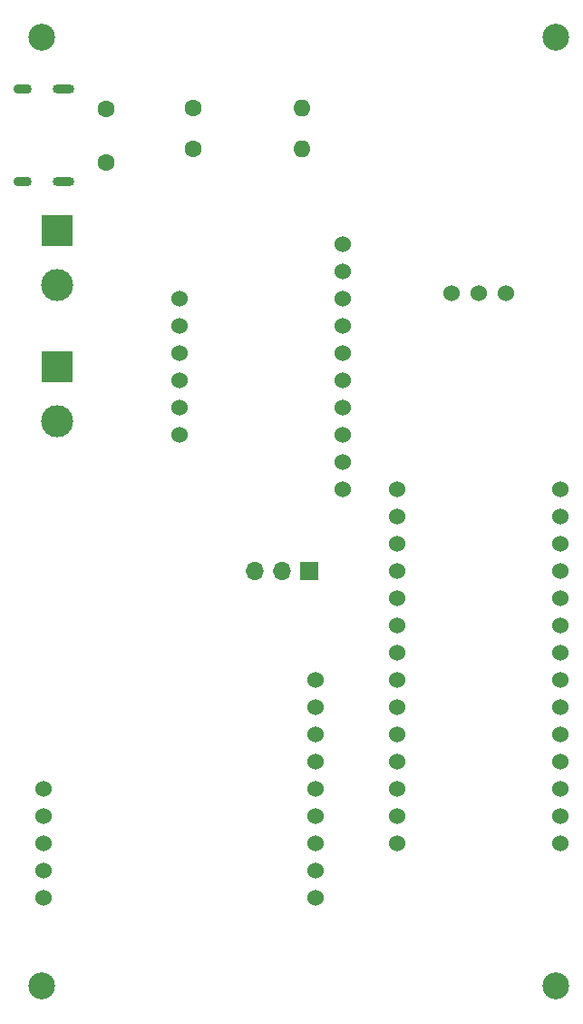
<source format=gbs>
%TF.GenerationSoftware,KiCad,Pcbnew,7.0.7*%
%TF.CreationDate,2023-10-02T11:40:01-05:00*%
%TF.ProjectId,iowa-rover,696f7761-2d72-46f7-9665-722e6b696361,rev?*%
%TF.SameCoordinates,Original*%
%TF.FileFunction,Soldermask,Bot*%
%TF.FilePolarity,Negative*%
%FSLAX46Y46*%
G04 Gerber Fmt 4.6, Leading zero omitted, Abs format (unit mm)*
G04 Created by KiCad (PCBNEW 7.0.7) date 2023-10-02 11:40:01*
%MOMM*%
%LPD*%
G01*
G04 APERTURE LIST*
%ADD10C,1.524000*%
%ADD11C,2.500000*%
%ADD12C,1.600000*%
%ADD13O,1.600000X1.600000*%
%ADD14R,3.000000X3.000000*%
%ADD15C,3.000000*%
%ADD16R,1.700000X1.700000*%
%ADD17O,1.700000X1.700000*%
%ADD18O,2.000000X0.900000*%
%ADD19O,1.700000X0.900000*%
G04 APERTURE END LIST*
D10*
%TO.C,U2*%
X68580000Y-144780000D03*
X68580000Y-142240000D03*
X68580000Y-139700000D03*
X68580000Y-137160000D03*
X68580000Y-134620000D03*
X68580000Y-132080000D03*
X68580000Y-129540000D03*
X68580000Y-127000000D03*
X68580000Y-124460000D03*
X43180000Y-144780000D03*
X43180000Y-142240000D03*
X43180000Y-139700000D03*
X43180000Y-137160000D03*
X43180000Y-134620000D03*
%TD*%
D11*
%TO.C,REF\u002A\u002A*%
X91000000Y-153000000D03*
%TD*%
D12*
%TO.C,R2*%
X57150000Y-74930000D03*
D13*
X67310000Y-74930000D03*
%TD*%
D11*
%TO.C,REF\u002A\u002A*%
X43000000Y-64500000D03*
%TD*%
%TO.C,REF\u002A\u002A*%
X43000000Y-153000000D03*
%TD*%
D14*
%TO.C,J2*%
X44450000Y-82550000D03*
D15*
X44450000Y-87630000D03*
%TD*%
D10*
%TO.C,RV1*%
X81280000Y-88400000D03*
X83820000Y-88400000D03*
X86360000Y-88400000D03*
%TD*%
%TO.C,U1*%
X76200000Y-106680000D03*
X76200000Y-109220000D03*
X76200000Y-111760000D03*
X76200000Y-114300000D03*
X76200000Y-116840000D03*
X76200000Y-119380000D03*
X76200000Y-121920000D03*
X76200000Y-124460000D03*
X76200000Y-127000000D03*
X76200000Y-129540000D03*
X76200000Y-132080000D03*
X76200000Y-134620000D03*
X76200000Y-137160000D03*
X76200000Y-139700000D03*
X91440000Y-139700000D03*
X91440000Y-137160000D03*
X91440000Y-134620000D03*
X91440000Y-132080000D03*
X91440000Y-129540000D03*
X91440000Y-127000000D03*
X91440000Y-124460000D03*
X91440000Y-121920000D03*
X91440000Y-119380000D03*
X91440000Y-116840000D03*
X91440000Y-114300000D03*
X91440000Y-111760000D03*
X91440000Y-109220000D03*
X91440000Y-106680000D03*
%TD*%
D16*
%TO.C,SW1*%
X67945000Y-114300000D03*
D17*
X65405000Y-114300000D03*
X62865000Y-114300000D03*
%TD*%
D10*
%TO.C,U3*%
X71120000Y-106680000D03*
X71120000Y-104140000D03*
X71120000Y-101600000D03*
X71120000Y-99060000D03*
X71120000Y-96520000D03*
X71120000Y-93980000D03*
X71120000Y-91440000D03*
X71120000Y-88900000D03*
X71120000Y-86360000D03*
X71120000Y-83820000D03*
X55880000Y-88900000D03*
X55880000Y-91440000D03*
X55880000Y-93980000D03*
X55880000Y-96520000D03*
X55880000Y-99060000D03*
X55880000Y-101600000D03*
%TD*%
D18*
%TO.C,J1*%
X45040000Y-69340000D03*
D19*
X41240000Y-69340000D03*
D18*
X45040000Y-77980000D03*
D19*
X41240000Y-77980000D03*
%TD*%
D12*
%TO.C,R1*%
X57150000Y-71120000D03*
D13*
X67310000Y-71120000D03*
%TD*%
D11*
%TO.C,REF\u002A\u002A*%
X91000000Y-64500000D03*
%TD*%
D12*
%TO.C,C1*%
X49022000Y-71160000D03*
X49022000Y-76160000D03*
%TD*%
D14*
%TO.C,J3*%
X44450000Y-95250000D03*
D15*
X44450000Y-100330000D03*
%TD*%
M02*

</source>
